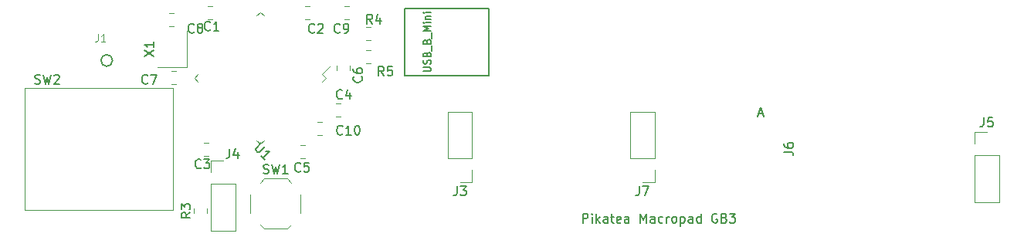
<source format=gbr>
%TF.GenerationSoftware,KiCad,Pcbnew,(5.1.6)-1*%
%TF.CreationDate,2021-03-25T17:16:48-05:00*%
%TF.ProjectId,Pikatea Macropad GB3,50696b61-7465-4612-904d-6163726f7061,rev?*%
%TF.SameCoordinates,Original*%
%TF.FileFunction,Legend,Top*%
%TF.FilePolarity,Positive*%
%FSLAX46Y46*%
G04 Gerber Fmt 4.6, Leading zero omitted, Abs format (unit mm)*
G04 Created by KiCad (PCBNEW (5.1.6)-1) date 2021-03-25 17:16:48*
%MOMM*%
%LPD*%
G01*
G04 APERTURE LIST*
%ADD10C,0.150000*%
%ADD11C,0.120000*%
%ADD12C,0.127000*%
%ADD13C,0.200000*%
%ADD14C,0.015000*%
G04 APERTURE END LIST*
D10*
X172735904Y-101004666D02*
X173212095Y-101004666D01*
X172640666Y-101290380D02*
X172974000Y-100290380D01*
X173307333Y-101290380D01*
X153464666Y-112974380D02*
X153464666Y-111974380D01*
X153845619Y-111974380D01*
X153940857Y-112022000D01*
X153988476Y-112069619D01*
X154036095Y-112164857D01*
X154036095Y-112307714D01*
X153988476Y-112402952D01*
X153940857Y-112450571D01*
X153845619Y-112498190D01*
X153464666Y-112498190D01*
X154464666Y-112974380D02*
X154464666Y-112307714D01*
X154464666Y-111974380D02*
X154417047Y-112022000D01*
X154464666Y-112069619D01*
X154512285Y-112022000D01*
X154464666Y-111974380D01*
X154464666Y-112069619D01*
X154940857Y-112974380D02*
X154940857Y-111974380D01*
X155036095Y-112593428D02*
X155321809Y-112974380D01*
X155321809Y-112307714D02*
X154940857Y-112688666D01*
X156178952Y-112974380D02*
X156178952Y-112450571D01*
X156131333Y-112355333D01*
X156036095Y-112307714D01*
X155845619Y-112307714D01*
X155750380Y-112355333D01*
X156178952Y-112926761D02*
X156083714Y-112974380D01*
X155845619Y-112974380D01*
X155750380Y-112926761D01*
X155702761Y-112831523D01*
X155702761Y-112736285D01*
X155750380Y-112641047D01*
X155845619Y-112593428D01*
X156083714Y-112593428D01*
X156178952Y-112545809D01*
X156512285Y-112307714D02*
X156893238Y-112307714D01*
X156655142Y-111974380D02*
X156655142Y-112831523D01*
X156702761Y-112926761D01*
X156798000Y-112974380D01*
X156893238Y-112974380D01*
X157607523Y-112926761D02*
X157512285Y-112974380D01*
X157321809Y-112974380D01*
X157226571Y-112926761D01*
X157178952Y-112831523D01*
X157178952Y-112450571D01*
X157226571Y-112355333D01*
X157321809Y-112307714D01*
X157512285Y-112307714D01*
X157607523Y-112355333D01*
X157655142Y-112450571D01*
X157655142Y-112545809D01*
X157178952Y-112641047D01*
X158512285Y-112974380D02*
X158512285Y-112450571D01*
X158464666Y-112355333D01*
X158369428Y-112307714D01*
X158178952Y-112307714D01*
X158083714Y-112355333D01*
X158512285Y-112926761D02*
X158417047Y-112974380D01*
X158178952Y-112974380D01*
X158083714Y-112926761D01*
X158036095Y-112831523D01*
X158036095Y-112736285D01*
X158083714Y-112641047D01*
X158178952Y-112593428D01*
X158417047Y-112593428D01*
X158512285Y-112545809D01*
X159750380Y-112974380D02*
X159750380Y-111974380D01*
X160083714Y-112688666D01*
X160417047Y-111974380D01*
X160417047Y-112974380D01*
X161321809Y-112974380D02*
X161321809Y-112450571D01*
X161274190Y-112355333D01*
X161178952Y-112307714D01*
X160988476Y-112307714D01*
X160893238Y-112355333D01*
X161321809Y-112926761D02*
X161226571Y-112974380D01*
X160988476Y-112974380D01*
X160893238Y-112926761D01*
X160845619Y-112831523D01*
X160845619Y-112736285D01*
X160893238Y-112641047D01*
X160988476Y-112593428D01*
X161226571Y-112593428D01*
X161321809Y-112545809D01*
X162226571Y-112926761D02*
X162131333Y-112974380D01*
X161940857Y-112974380D01*
X161845619Y-112926761D01*
X161798000Y-112879142D01*
X161750380Y-112783904D01*
X161750380Y-112498190D01*
X161798000Y-112402952D01*
X161845619Y-112355333D01*
X161940857Y-112307714D01*
X162131333Y-112307714D01*
X162226571Y-112355333D01*
X162655142Y-112974380D02*
X162655142Y-112307714D01*
X162655142Y-112498190D02*
X162702761Y-112402952D01*
X162750380Y-112355333D01*
X162845619Y-112307714D01*
X162940857Y-112307714D01*
X163417047Y-112974380D02*
X163321809Y-112926761D01*
X163274190Y-112879142D01*
X163226571Y-112783904D01*
X163226571Y-112498190D01*
X163274190Y-112402952D01*
X163321809Y-112355333D01*
X163417047Y-112307714D01*
X163559904Y-112307714D01*
X163655142Y-112355333D01*
X163702761Y-112402952D01*
X163750380Y-112498190D01*
X163750380Y-112783904D01*
X163702761Y-112879142D01*
X163655142Y-112926761D01*
X163559904Y-112974380D01*
X163417047Y-112974380D01*
X164178952Y-112307714D02*
X164178952Y-113307714D01*
X164178952Y-112355333D02*
X164274190Y-112307714D01*
X164464666Y-112307714D01*
X164559904Y-112355333D01*
X164607523Y-112402952D01*
X164655142Y-112498190D01*
X164655142Y-112783904D01*
X164607523Y-112879142D01*
X164559904Y-112926761D01*
X164464666Y-112974380D01*
X164274190Y-112974380D01*
X164178952Y-112926761D01*
X165512285Y-112974380D02*
X165512285Y-112450571D01*
X165464666Y-112355333D01*
X165369428Y-112307714D01*
X165178952Y-112307714D01*
X165083714Y-112355333D01*
X165512285Y-112926761D02*
X165417047Y-112974380D01*
X165178952Y-112974380D01*
X165083714Y-112926761D01*
X165036095Y-112831523D01*
X165036095Y-112736285D01*
X165083714Y-112641047D01*
X165178952Y-112593428D01*
X165417047Y-112593428D01*
X165512285Y-112545809D01*
X166417047Y-112974380D02*
X166417047Y-111974380D01*
X166417047Y-112926761D02*
X166321809Y-112974380D01*
X166131333Y-112974380D01*
X166036095Y-112926761D01*
X165988476Y-112879142D01*
X165940857Y-112783904D01*
X165940857Y-112498190D01*
X165988476Y-112402952D01*
X166036095Y-112355333D01*
X166131333Y-112307714D01*
X166321809Y-112307714D01*
X166417047Y-112355333D01*
X168178952Y-112022000D02*
X168083714Y-111974380D01*
X167940857Y-111974380D01*
X167798000Y-112022000D01*
X167702761Y-112117238D01*
X167655142Y-112212476D01*
X167607523Y-112402952D01*
X167607523Y-112545809D01*
X167655142Y-112736285D01*
X167702761Y-112831523D01*
X167798000Y-112926761D01*
X167940857Y-112974380D01*
X168036095Y-112974380D01*
X168178952Y-112926761D01*
X168226571Y-112879142D01*
X168226571Y-112545809D01*
X168036095Y-112545809D01*
X168988476Y-112450571D02*
X169131333Y-112498190D01*
X169178952Y-112545809D01*
X169226571Y-112641047D01*
X169226571Y-112783904D01*
X169178952Y-112879142D01*
X169131333Y-112926761D01*
X169036095Y-112974380D01*
X168655142Y-112974380D01*
X168655142Y-111974380D01*
X168988476Y-111974380D01*
X169083714Y-112022000D01*
X169131333Y-112069619D01*
X169178952Y-112164857D01*
X169178952Y-112260095D01*
X169131333Y-112355333D01*
X169083714Y-112402952D01*
X168988476Y-112450571D01*
X168655142Y-112450571D01*
X169559904Y-111974380D02*
X170178952Y-111974380D01*
X169845619Y-112355333D01*
X169988476Y-112355333D01*
X170083714Y-112402952D01*
X170131333Y-112450571D01*
X170178952Y-112545809D01*
X170178952Y-112783904D01*
X170131333Y-112879142D01*
X170083714Y-112926761D01*
X169988476Y-112974380D01*
X169702761Y-112974380D01*
X169607523Y-112926761D01*
X169559904Y-112879142D01*
D11*
%TO.C,J7*%
X161330000Y-100790000D02*
X158670000Y-100790000D01*
X161330000Y-105930000D02*
X161330000Y-100790000D01*
X158670000Y-105930000D02*
X158670000Y-100790000D01*
X161330000Y-105930000D02*
X158670000Y-105930000D01*
X161330000Y-107200000D02*
X161330000Y-108530000D01*
X161330000Y-108530000D02*
X160000000Y-108530000D01*
%TO.C,J3*%
X141330000Y-100790000D02*
X138670000Y-100790000D01*
X141330000Y-105930000D02*
X141330000Y-100790000D01*
X138670000Y-105930000D02*
X138670000Y-100790000D01*
X141330000Y-105930000D02*
X138670000Y-105930000D01*
X141330000Y-107200000D02*
X141330000Y-108530000D01*
X141330000Y-108530000D02*
X140000000Y-108530000D01*
%TO.C,SW1*%
X118086000Y-113166000D02*
X118536000Y-113616000D01*
X121486000Y-113166000D02*
X121036000Y-113616000D01*
X121486000Y-108566000D02*
X121036000Y-108116000D01*
X118086000Y-108566000D02*
X118536000Y-108116000D01*
X122536000Y-109866000D02*
X122536000Y-111866000D01*
X118536000Y-113616000D02*
X121036000Y-113616000D01*
X117036000Y-109866000D02*
X117036000Y-111866000D01*
X118536000Y-108116000D02*
X121036000Y-108116000D01*
D12*
%TO.C,J1*%
X101905000Y-95170000D02*
G75*
G03*
X101905000Y-95170000I-635000J0D01*
G01*
D13*
%TO.C,J2*%
X133960000Y-89510000D02*
X133960000Y-96810000D01*
X133960000Y-96810000D02*
X143160000Y-96810000D01*
X143160000Y-96810000D02*
X143160000Y-89510000D01*
X143160000Y-89510000D02*
X133960000Y-89510000D01*
D11*
%TO.C,X1*%
X106820000Y-95896000D02*
X110020000Y-95896000D01*
X110020000Y-95896000D02*
X110020000Y-91896000D01*
%TO.C,R5*%
X130221078Y-95440000D02*
X129703922Y-95440000D01*
X130221078Y-94020000D02*
X129703922Y-94020000D01*
%TO.C,R4*%
X130221078Y-92900000D02*
X129703922Y-92900000D01*
X130221078Y-91480000D02*
X129703922Y-91480000D01*
%TO.C,R3*%
X112216000Y-111422922D02*
X112216000Y-111940078D01*
X110796000Y-111422922D02*
X110796000Y-111940078D01*
%TO.C,J4*%
X112716000Y-113852000D02*
X115376000Y-113852000D01*
X112716000Y-108712000D02*
X112716000Y-113852000D01*
X115376000Y-108712000D02*
X115376000Y-113852000D01*
X112716000Y-108712000D02*
X115376000Y-108712000D01*
X112716000Y-107442000D02*
X112716000Y-106112000D01*
X112716000Y-106112000D02*
X114046000Y-106112000D01*
%TO.C,C10*%
X124376922Y-101906000D02*
X124894078Y-101906000D01*
X124376922Y-103326000D02*
X124894078Y-103326000D01*
%TO.C,C9*%
X127327922Y-89206000D02*
X127845078Y-89206000D01*
X127327922Y-90626000D02*
X127845078Y-90626000D01*
%TO.C,C8*%
X108120922Y-89968000D02*
X108638078Y-89968000D01*
X108120922Y-91388000D02*
X108638078Y-91388000D01*
%TO.C,C7*%
X108892078Y-97738000D02*
X108374922Y-97738000D01*
X108892078Y-96318000D02*
X108374922Y-96318000D01*
%TO.C,C6*%
X127890000Y-95748922D02*
X127890000Y-96266078D01*
X126470000Y-95748922D02*
X126470000Y-96266078D01*
%TO.C,C5*%
X122501922Y-104446000D02*
X123019078Y-104446000D01*
X122501922Y-105866000D02*
X123019078Y-105866000D01*
%TO.C,C4*%
X126408922Y-99874000D02*
X126926078Y-99874000D01*
X126408922Y-101294000D02*
X126926078Y-101294000D01*
%TO.C,C3*%
X112448078Y-105612000D02*
X111930922Y-105612000D01*
X112448078Y-104192000D02*
X111930922Y-104192000D01*
%TO.C,C2*%
X123009922Y-89206000D02*
X123527078Y-89206000D01*
X123009922Y-90626000D02*
X123527078Y-90626000D01*
%TO.C,C1*%
X112859078Y-90626000D02*
X112341922Y-90626000D01*
X112859078Y-89206000D02*
X112341922Y-89206000D01*
%TO.C,J5*%
X196430000Y-102980000D02*
X197760000Y-102980000D01*
X196430000Y-104310000D02*
X196430000Y-102980000D01*
X196430000Y-105580000D02*
X199090000Y-105580000D01*
X199090000Y-105580000D02*
X199090000Y-110720000D01*
X196430000Y-105580000D02*
X196430000Y-110720000D01*
X196430000Y-110720000D02*
X199090000Y-110720000D01*
%TO.C,SW2*%
X92300000Y-111600000D02*
X92300000Y-98200000D01*
X108500000Y-111600000D02*
X108500000Y-98200000D01*
X92300000Y-98200000D02*
X108500000Y-98200000D01*
X108500000Y-111600000D02*
X92300000Y-111600000D01*
%TO.C,U1*%
X124910045Y-96683414D02*
X125822213Y-95771246D01*
X125316631Y-97090000D02*
X124910045Y-96683414D01*
X124910045Y-97496586D02*
X125316631Y-97090000D01*
X118090000Y-104316631D02*
X117683414Y-103910045D01*
X118496586Y-103910045D02*
X118090000Y-104316631D01*
X118090000Y-89863369D02*
X118496586Y-90269955D01*
X117683414Y-90269955D02*
X118090000Y-89863369D01*
X110863369Y-97090000D02*
X111269955Y-97496586D01*
X111269955Y-96683414D02*
X110863369Y-97090000D01*
%TO.C,J7*%
D10*
X159666666Y-108982380D02*
X159666666Y-109696666D01*
X159619047Y-109839523D01*
X159523809Y-109934761D01*
X159380952Y-109982380D01*
X159285714Y-109982380D01*
X160047619Y-108982380D02*
X160714285Y-108982380D01*
X160285714Y-109982380D01*
%TO.C,J3*%
X139666666Y-108982380D02*
X139666666Y-109696666D01*
X139619047Y-109839523D01*
X139523809Y-109934761D01*
X139380952Y-109982380D01*
X139285714Y-109982380D01*
X140047619Y-108982380D02*
X140666666Y-108982380D01*
X140333333Y-109363333D01*
X140476190Y-109363333D01*
X140571428Y-109410952D01*
X140619047Y-109458571D01*
X140666666Y-109553809D01*
X140666666Y-109791904D01*
X140619047Y-109887142D01*
X140571428Y-109934761D01*
X140476190Y-109982380D01*
X140190476Y-109982380D01*
X140095238Y-109934761D01*
X140047619Y-109887142D01*
%TO.C,J6*%
X175532380Y-105183333D02*
X176246666Y-105183333D01*
X176389523Y-105230952D01*
X176484761Y-105326190D01*
X176532380Y-105469047D01*
X176532380Y-105564285D01*
X175532380Y-104278571D02*
X175532380Y-104469047D01*
X175580000Y-104564285D01*
X175627619Y-104611904D01*
X175770476Y-104707142D01*
X175960952Y-104754761D01*
X176341904Y-104754761D01*
X176437142Y-104707142D01*
X176484761Y-104659523D01*
X176532380Y-104564285D01*
X176532380Y-104373809D01*
X176484761Y-104278571D01*
X176437142Y-104230952D01*
X176341904Y-104183333D01*
X176103809Y-104183333D01*
X176008571Y-104230952D01*
X175960952Y-104278571D01*
X175913333Y-104373809D01*
X175913333Y-104564285D01*
X175960952Y-104659523D01*
X176008571Y-104707142D01*
X176103809Y-104754761D01*
%TO.C,SW1*%
X118452666Y-107520761D02*
X118595523Y-107568380D01*
X118833619Y-107568380D01*
X118928857Y-107520761D01*
X118976476Y-107473142D01*
X119024095Y-107377904D01*
X119024095Y-107282666D01*
X118976476Y-107187428D01*
X118928857Y-107139809D01*
X118833619Y-107092190D01*
X118643142Y-107044571D01*
X118547904Y-106996952D01*
X118500285Y-106949333D01*
X118452666Y-106854095D01*
X118452666Y-106758857D01*
X118500285Y-106663619D01*
X118547904Y-106616000D01*
X118643142Y-106568380D01*
X118881238Y-106568380D01*
X119024095Y-106616000D01*
X119357428Y-106568380D02*
X119595523Y-107568380D01*
X119786000Y-106854095D01*
X119976476Y-107568380D01*
X120214571Y-106568380D01*
X121119333Y-107568380D02*
X120547904Y-107568380D01*
X120833619Y-107568380D02*
X120833619Y-106568380D01*
X120738380Y-106711238D01*
X120643142Y-106806476D01*
X120547904Y-106854095D01*
%TO.C,J1*%
D14*
X100317241Y-92271753D02*
X100317241Y-92843379D01*
X100279132Y-92957704D01*
X100202916Y-93033921D01*
X100088591Y-93072029D01*
X100012374Y-93072029D01*
X101117517Y-93072029D02*
X100660216Y-93072029D01*
X100888867Y-93072029D02*
X100888867Y-92271753D01*
X100812650Y-92386078D01*
X100736433Y-92462295D01*
X100660216Y-92500403D01*
%TO.C,J2*%
D10*
X135981904Y-96359047D02*
X136629523Y-96359047D01*
X136705714Y-96320952D01*
X136743809Y-96282857D01*
X136781904Y-96206666D01*
X136781904Y-96054285D01*
X136743809Y-95978095D01*
X136705714Y-95940000D01*
X136629523Y-95901904D01*
X135981904Y-95901904D01*
X136743809Y-95559047D02*
X136781904Y-95444761D01*
X136781904Y-95254285D01*
X136743809Y-95178095D01*
X136705714Y-95140000D01*
X136629523Y-95101904D01*
X136553333Y-95101904D01*
X136477142Y-95140000D01*
X136439047Y-95178095D01*
X136400952Y-95254285D01*
X136362857Y-95406666D01*
X136324761Y-95482857D01*
X136286666Y-95520952D01*
X136210476Y-95559047D01*
X136134285Y-95559047D01*
X136058095Y-95520952D01*
X136020000Y-95482857D01*
X135981904Y-95406666D01*
X135981904Y-95216190D01*
X136020000Y-95101904D01*
X136362857Y-94492380D02*
X136400952Y-94378095D01*
X136439047Y-94340000D01*
X136515238Y-94301904D01*
X136629523Y-94301904D01*
X136705714Y-94340000D01*
X136743809Y-94378095D01*
X136781904Y-94454285D01*
X136781904Y-94759047D01*
X135981904Y-94759047D01*
X135981904Y-94492380D01*
X136020000Y-94416190D01*
X136058095Y-94378095D01*
X136134285Y-94340000D01*
X136210476Y-94340000D01*
X136286666Y-94378095D01*
X136324761Y-94416190D01*
X136362857Y-94492380D01*
X136362857Y-94759047D01*
X136858095Y-94149523D02*
X136858095Y-93540000D01*
X136362857Y-93082857D02*
X136400952Y-92968571D01*
X136439047Y-92930476D01*
X136515238Y-92892380D01*
X136629523Y-92892380D01*
X136705714Y-92930476D01*
X136743809Y-92968571D01*
X136781904Y-93044761D01*
X136781904Y-93349523D01*
X135981904Y-93349523D01*
X135981904Y-93082857D01*
X136020000Y-93006666D01*
X136058095Y-92968571D01*
X136134285Y-92930476D01*
X136210476Y-92930476D01*
X136286666Y-92968571D01*
X136324761Y-93006666D01*
X136362857Y-93082857D01*
X136362857Y-93349523D01*
X136858095Y-92740000D02*
X136858095Y-92130476D01*
X136781904Y-91940000D02*
X135981904Y-91940000D01*
X136553333Y-91673333D01*
X135981904Y-91406666D01*
X136781904Y-91406666D01*
X136781904Y-91025714D02*
X136248571Y-91025714D01*
X135981904Y-91025714D02*
X136020000Y-91063809D01*
X136058095Y-91025714D01*
X136020000Y-90987619D01*
X135981904Y-91025714D01*
X136058095Y-91025714D01*
X136248571Y-90644761D02*
X136781904Y-90644761D01*
X136324761Y-90644761D02*
X136286666Y-90606666D01*
X136248571Y-90530476D01*
X136248571Y-90416190D01*
X136286666Y-90340000D01*
X136362857Y-90301904D01*
X136781904Y-90301904D01*
X136781904Y-89920952D02*
X136248571Y-89920952D01*
X135981904Y-89920952D02*
X136020000Y-89959047D01*
X136058095Y-89920952D01*
X136020000Y-89882857D01*
X135981904Y-89920952D01*
X136058095Y-89920952D01*
%TO.C,X1*%
X105422380Y-94705523D02*
X106422380Y-94038857D01*
X105422380Y-94038857D02*
X106422380Y-94705523D01*
X106422380Y-93134095D02*
X106422380Y-93705523D01*
X106422380Y-93419809D02*
X105422380Y-93419809D01*
X105565238Y-93515047D01*
X105660476Y-93610285D01*
X105708095Y-93705523D01*
%TO.C,R5*%
X131659333Y-96832380D02*
X131326000Y-96356190D01*
X131087904Y-96832380D02*
X131087904Y-95832380D01*
X131468857Y-95832380D01*
X131564095Y-95880000D01*
X131611714Y-95927619D01*
X131659333Y-96022857D01*
X131659333Y-96165714D01*
X131611714Y-96260952D01*
X131564095Y-96308571D01*
X131468857Y-96356190D01*
X131087904Y-96356190D01*
X132564095Y-95832380D02*
X132087904Y-95832380D01*
X132040285Y-96308571D01*
X132087904Y-96260952D01*
X132183142Y-96213333D01*
X132421238Y-96213333D01*
X132516476Y-96260952D01*
X132564095Y-96308571D01*
X132611714Y-96403809D01*
X132611714Y-96641904D01*
X132564095Y-96737142D01*
X132516476Y-96784761D01*
X132421238Y-96832380D01*
X132183142Y-96832380D01*
X132087904Y-96784761D01*
X132040285Y-96737142D01*
%TO.C,R4*%
X130389333Y-91130380D02*
X130056000Y-90654190D01*
X129817904Y-91130380D02*
X129817904Y-90130380D01*
X130198857Y-90130380D01*
X130294095Y-90178000D01*
X130341714Y-90225619D01*
X130389333Y-90320857D01*
X130389333Y-90463714D01*
X130341714Y-90558952D01*
X130294095Y-90606571D01*
X130198857Y-90654190D01*
X129817904Y-90654190D01*
X131246476Y-90463714D02*
X131246476Y-91130380D01*
X131008380Y-90082761D02*
X130770285Y-90797047D01*
X131389333Y-90797047D01*
%TO.C,R3*%
X110434380Y-111848166D02*
X109958190Y-112181500D01*
X110434380Y-112419595D02*
X109434380Y-112419595D01*
X109434380Y-112038642D01*
X109482000Y-111943404D01*
X109529619Y-111895785D01*
X109624857Y-111848166D01*
X109767714Y-111848166D01*
X109862952Y-111895785D01*
X109910571Y-111943404D01*
X109958190Y-112038642D01*
X109958190Y-112419595D01*
X109434380Y-111514833D02*
X109434380Y-110895785D01*
X109815333Y-111229119D01*
X109815333Y-111086261D01*
X109862952Y-110991023D01*
X109910571Y-110943404D01*
X110005809Y-110895785D01*
X110243904Y-110895785D01*
X110339142Y-110943404D01*
X110386761Y-110991023D01*
X110434380Y-111086261D01*
X110434380Y-111371976D01*
X110386761Y-111467214D01*
X110339142Y-111514833D01*
%TO.C,J4*%
X114728666Y-104862380D02*
X114728666Y-105576666D01*
X114681047Y-105719523D01*
X114585809Y-105814761D01*
X114442952Y-105862380D01*
X114347714Y-105862380D01*
X115633428Y-105195714D02*
X115633428Y-105862380D01*
X115395333Y-104814761D02*
X115157238Y-105529047D01*
X115776285Y-105529047D01*
%TO.C,C10*%
X127119142Y-103227142D02*
X127071523Y-103274761D01*
X126928666Y-103322380D01*
X126833428Y-103322380D01*
X126690571Y-103274761D01*
X126595333Y-103179523D01*
X126547714Y-103084285D01*
X126500095Y-102893809D01*
X126500095Y-102750952D01*
X126547714Y-102560476D01*
X126595333Y-102465238D01*
X126690571Y-102370000D01*
X126833428Y-102322380D01*
X126928666Y-102322380D01*
X127071523Y-102370000D01*
X127119142Y-102417619D01*
X128071523Y-103322380D02*
X127500095Y-103322380D01*
X127785809Y-103322380D02*
X127785809Y-102322380D01*
X127690571Y-102465238D01*
X127595333Y-102560476D01*
X127500095Y-102608095D01*
X128690571Y-102322380D02*
X128785809Y-102322380D01*
X128881047Y-102370000D01*
X128928666Y-102417619D01*
X128976285Y-102512857D01*
X129023904Y-102703333D01*
X129023904Y-102941428D01*
X128976285Y-103131904D01*
X128928666Y-103227142D01*
X128881047Y-103274761D01*
X128785809Y-103322380D01*
X128690571Y-103322380D01*
X128595333Y-103274761D01*
X128547714Y-103227142D01*
X128500095Y-103131904D01*
X128452476Y-102941428D01*
X128452476Y-102703333D01*
X128500095Y-102512857D01*
X128547714Y-102417619D01*
X128595333Y-102370000D01*
X128690571Y-102322380D01*
%TO.C,C9*%
X126833333Y-92051142D02*
X126785714Y-92098761D01*
X126642857Y-92146380D01*
X126547619Y-92146380D01*
X126404761Y-92098761D01*
X126309523Y-92003523D01*
X126261904Y-91908285D01*
X126214285Y-91717809D01*
X126214285Y-91574952D01*
X126261904Y-91384476D01*
X126309523Y-91289238D01*
X126404761Y-91194000D01*
X126547619Y-91146380D01*
X126642857Y-91146380D01*
X126785714Y-91194000D01*
X126833333Y-91241619D01*
X127309523Y-92146380D02*
X127500000Y-92146380D01*
X127595238Y-92098761D01*
X127642857Y-92051142D01*
X127738095Y-91908285D01*
X127785714Y-91717809D01*
X127785714Y-91336857D01*
X127738095Y-91241619D01*
X127690476Y-91194000D01*
X127595238Y-91146380D01*
X127404761Y-91146380D01*
X127309523Y-91194000D01*
X127261904Y-91241619D01*
X127214285Y-91336857D01*
X127214285Y-91574952D01*
X127261904Y-91670190D01*
X127309523Y-91717809D01*
X127404761Y-91765428D01*
X127595238Y-91765428D01*
X127690476Y-91717809D01*
X127738095Y-91670190D01*
X127785714Y-91574952D01*
%TO.C,C8*%
X110831333Y-92051142D02*
X110783714Y-92098761D01*
X110640857Y-92146380D01*
X110545619Y-92146380D01*
X110402761Y-92098761D01*
X110307523Y-92003523D01*
X110259904Y-91908285D01*
X110212285Y-91717809D01*
X110212285Y-91574952D01*
X110259904Y-91384476D01*
X110307523Y-91289238D01*
X110402761Y-91194000D01*
X110545619Y-91146380D01*
X110640857Y-91146380D01*
X110783714Y-91194000D01*
X110831333Y-91241619D01*
X111402761Y-91574952D02*
X111307523Y-91527333D01*
X111259904Y-91479714D01*
X111212285Y-91384476D01*
X111212285Y-91336857D01*
X111259904Y-91241619D01*
X111307523Y-91194000D01*
X111402761Y-91146380D01*
X111593238Y-91146380D01*
X111688476Y-91194000D01*
X111736095Y-91241619D01*
X111783714Y-91336857D01*
X111783714Y-91384476D01*
X111736095Y-91479714D01*
X111688476Y-91527333D01*
X111593238Y-91574952D01*
X111402761Y-91574952D01*
X111307523Y-91622571D01*
X111259904Y-91670190D01*
X111212285Y-91765428D01*
X111212285Y-91955904D01*
X111259904Y-92051142D01*
X111307523Y-92098761D01*
X111402761Y-92146380D01*
X111593238Y-92146380D01*
X111688476Y-92098761D01*
X111736095Y-92051142D01*
X111783714Y-91955904D01*
X111783714Y-91765428D01*
X111736095Y-91670190D01*
X111688476Y-91622571D01*
X111593238Y-91574952D01*
%TO.C,C7*%
X105751333Y-97639142D02*
X105703714Y-97686761D01*
X105560857Y-97734380D01*
X105465619Y-97734380D01*
X105322761Y-97686761D01*
X105227523Y-97591523D01*
X105179904Y-97496285D01*
X105132285Y-97305809D01*
X105132285Y-97162952D01*
X105179904Y-96972476D01*
X105227523Y-96877238D01*
X105322761Y-96782000D01*
X105465619Y-96734380D01*
X105560857Y-96734380D01*
X105703714Y-96782000D01*
X105751333Y-96829619D01*
X106084666Y-96734380D02*
X106751333Y-96734380D01*
X106322761Y-97734380D01*
%TO.C,C6*%
X129187142Y-96940666D02*
X129234761Y-96988285D01*
X129282380Y-97131142D01*
X129282380Y-97226380D01*
X129234761Y-97369238D01*
X129139523Y-97464476D01*
X129044285Y-97512095D01*
X128853809Y-97559714D01*
X128710952Y-97559714D01*
X128520476Y-97512095D01*
X128425238Y-97464476D01*
X128330000Y-97369238D01*
X128282380Y-97226380D01*
X128282380Y-97131142D01*
X128330000Y-96988285D01*
X128377619Y-96940666D01*
X128282380Y-96083523D02*
X128282380Y-96274000D01*
X128330000Y-96369238D01*
X128377619Y-96416857D01*
X128520476Y-96512095D01*
X128710952Y-96559714D01*
X129091904Y-96559714D01*
X129187142Y-96512095D01*
X129234761Y-96464476D01*
X129282380Y-96369238D01*
X129282380Y-96178761D01*
X129234761Y-96083523D01*
X129187142Y-96035904D01*
X129091904Y-95988285D01*
X128853809Y-95988285D01*
X128758571Y-96035904D01*
X128710952Y-96083523D01*
X128663333Y-96178761D01*
X128663333Y-96369238D01*
X128710952Y-96464476D01*
X128758571Y-96512095D01*
X128853809Y-96559714D01*
%TO.C,C5*%
X122515333Y-107291142D02*
X122467714Y-107338761D01*
X122324857Y-107386380D01*
X122229619Y-107386380D01*
X122086761Y-107338761D01*
X121991523Y-107243523D01*
X121943904Y-107148285D01*
X121896285Y-106957809D01*
X121896285Y-106814952D01*
X121943904Y-106624476D01*
X121991523Y-106529238D01*
X122086761Y-106434000D01*
X122229619Y-106386380D01*
X122324857Y-106386380D01*
X122467714Y-106434000D01*
X122515333Y-106481619D01*
X123420095Y-106386380D02*
X122943904Y-106386380D01*
X122896285Y-106862571D01*
X122943904Y-106814952D01*
X123039142Y-106767333D01*
X123277238Y-106767333D01*
X123372476Y-106814952D01*
X123420095Y-106862571D01*
X123467714Y-106957809D01*
X123467714Y-107195904D01*
X123420095Y-107291142D01*
X123372476Y-107338761D01*
X123277238Y-107386380D01*
X123039142Y-107386380D01*
X122943904Y-107338761D01*
X122896285Y-107291142D01*
%TO.C,C4*%
X127087333Y-99291142D02*
X127039714Y-99338761D01*
X126896857Y-99386380D01*
X126801619Y-99386380D01*
X126658761Y-99338761D01*
X126563523Y-99243523D01*
X126515904Y-99148285D01*
X126468285Y-98957809D01*
X126468285Y-98814952D01*
X126515904Y-98624476D01*
X126563523Y-98529238D01*
X126658761Y-98434000D01*
X126801619Y-98386380D01*
X126896857Y-98386380D01*
X127039714Y-98434000D01*
X127087333Y-98481619D01*
X127944476Y-98719714D02*
X127944476Y-99386380D01*
X127706380Y-98338761D02*
X127468285Y-99053047D01*
X128087333Y-99053047D01*
%TO.C,C3*%
X111593333Y-106909142D02*
X111545714Y-106956761D01*
X111402857Y-107004380D01*
X111307619Y-107004380D01*
X111164761Y-106956761D01*
X111069523Y-106861523D01*
X111021904Y-106766285D01*
X110974285Y-106575809D01*
X110974285Y-106432952D01*
X111021904Y-106242476D01*
X111069523Y-106147238D01*
X111164761Y-106052000D01*
X111307619Y-106004380D01*
X111402857Y-106004380D01*
X111545714Y-106052000D01*
X111593333Y-106099619D01*
X111926666Y-106004380D02*
X112545714Y-106004380D01*
X112212380Y-106385333D01*
X112355238Y-106385333D01*
X112450476Y-106432952D01*
X112498095Y-106480571D01*
X112545714Y-106575809D01*
X112545714Y-106813904D01*
X112498095Y-106909142D01*
X112450476Y-106956761D01*
X112355238Y-107004380D01*
X112069523Y-107004380D01*
X111974285Y-106956761D01*
X111926666Y-106909142D01*
%TO.C,C2*%
X124039333Y-92051142D02*
X123991714Y-92098761D01*
X123848857Y-92146380D01*
X123753619Y-92146380D01*
X123610761Y-92098761D01*
X123515523Y-92003523D01*
X123467904Y-91908285D01*
X123420285Y-91717809D01*
X123420285Y-91574952D01*
X123467904Y-91384476D01*
X123515523Y-91289238D01*
X123610761Y-91194000D01*
X123753619Y-91146380D01*
X123848857Y-91146380D01*
X123991714Y-91194000D01*
X124039333Y-91241619D01*
X124420285Y-91241619D02*
X124467904Y-91194000D01*
X124563142Y-91146380D01*
X124801238Y-91146380D01*
X124896476Y-91194000D01*
X124944095Y-91241619D01*
X124991714Y-91336857D01*
X124991714Y-91432095D01*
X124944095Y-91574952D01*
X124372666Y-92146380D01*
X124991714Y-92146380D01*
%TO.C,C1*%
X112609333Y-91797142D02*
X112561714Y-91844761D01*
X112418857Y-91892380D01*
X112323619Y-91892380D01*
X112180761Y-91844761D01*
X112085523Y-91749523D01*
X112037904Y-91654285D01*
X111990285Y-91463809D01*
X111990285Y-91320952D01*
X112037904Y-91130476D01*
X112085523Y-91035238D01*
X112180761Y-90940000D01*
X112323619Y-90892380D01*
X112418857Y-90892380D01*
X112561714Y-90940000D01*
X112609333Y-90987619D01*
X113561714Y-91892380D02*
X112990285Y-91892380D01*
X113276000Y-91892380D02*
X113276000Y-90892380D01*
X113180761Y-91035238D01*
X113085523Y-91130476D01*
X112990285Y-91178095D01*
%TO.C,J5*%
X197426666Y-101432380D02*
X197426666Y-102146666D01*
X197379047Y-102289523D01*
X197283809Y-102384761D01*
X197140952Y-102432380D01*
X197045714Y-102432380D01*
X198379047Y-101432380D02*
X197902857Y-101432380D01*
X197855238Y-101908571D01*
X197902857Y-101860952D01*
X197998095Y-101813333D01*
X198236190Y-101813333D01*
X198331428Y-101860952D01*
X198379047Y-101908571D01*
X198426666Y-102003809D01*
X198426666Y-102241904D01*
X198379047Y-102337142D01*
X198331428Y-102384761D01*
X198236190Y-102432380D01*
X197998095Y-102432380D01*
X197902857Y-102384761D01*
X197855238Y-102337142D01*
%TO.C,SW2*%
X93408666Y-97686761D02*
X93551523Y-97734380D01*
X93789619Y-97734380D01*
X93884857Y-97686761D01*
X93932476Y-97639142D01*
X93980095Y-97543904D01*
X93980095Y-97448666D01*
X93932476Y-97353428D01*
X93884857Y-97305809D01*
X93789619Y-97258190D01*
X93599142Y-97210571D01*
X93503904Y-97162952D01*
X93456285Y-97115333D01*
X93408666Y-97020095D01*
X93408666Y-96924857D01*
X93456285Y-96829619D01*
X93503904Y-96782000D01*
X93599142Y-96734380D01*
X93837238Y-96734380D01*
X93980095Y-96782000D01*
X94313428Y-96734380D02*
X94551523Y-97734380D01*
X94742000Y-97020095D01*
X94932476Y-97734380D01*
X95170571Y-96734380D01*
X95503904Y-96829619D02*
X95551523Y-96782000D01*
X95646761Y-96734380D01*
X95884857Y-96734380D01*
X95980095Y-96782000D01*
X96027714Y-96829619D01*
X96075333Y-96924857D01*
X96075333Y-97020095D01*
X96027714Y-97162952D01*
X95456285Y-97734380D01*
X96075333Y-97734380D01*
%TO.C,U1*%
X118212477Y-104230026D02*
X117640057Y-104802446D01*
X117606385Y-104903461D01*
X117606385Y-104970805D01*
X117640057Y-105071820D01*
X117774744Y-105206507D01*
X117875759Y-105240179D01*
X117943103Y-105240179D01*
X118044118Y-105206507D01*
X118616538Y-104634087D01*
X118616538Y-106048301D02*
X118212477Y-105644240D01*
X118414507Y-105846270D02*
X119121614Y-105139164D01*
X118953255Y-105172835D01*
X118818568Y-105172835D01*
X118717553Y-105139164D01*
%TD*%
M02*

</source>
